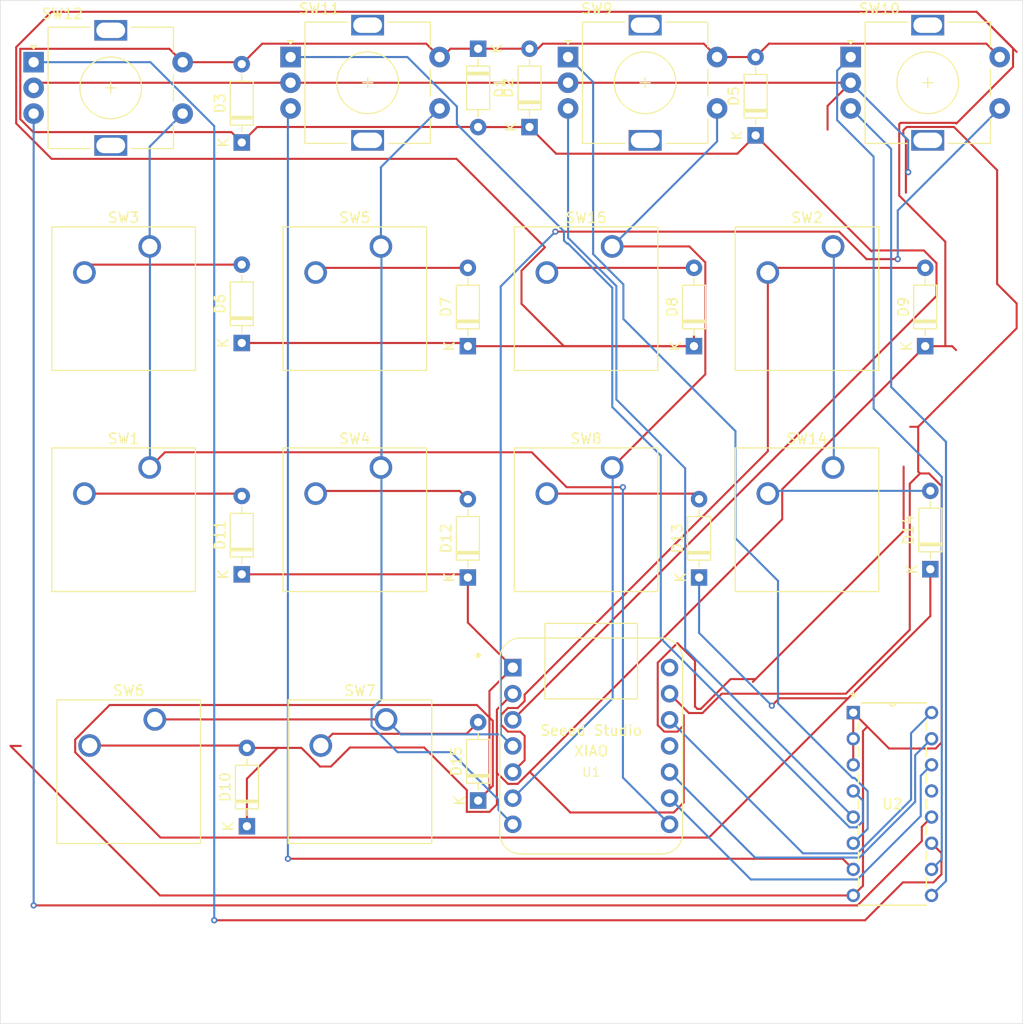
<source format=kicad_pcb>
(kicad_pcb (version 20240108) (generator "pcbnew") (generator_version "8.0")
  (layers (0 "F.Cu" signal) (31 "B.Cu" signal) (34 "B.Paste" user) (35 "F.Paste" user) (36 "B.SilkS" user "B.Silkscreen") (37 "F.SilkS" user "F.Silkscreen") (38 "B.Mask" user) (39 "F.Mask" user) (44 "Edge.Cuts" user))
  (net 0 "")
  (net 1 "Row3")
  (net 2 "row2")
  (net 3 "Net-(D6-A)")
  (net 4 "Net-(D7-A)")
  (net 6 "Net-(D8-A)")
  (net 7 "Row1")
  (net 8 "Net-(D11-A)")
  (net 9 "Net-(D12-A)")
  (net 10 "Net-(D13-A)")
  (net 11 "Net-(D14-A)")
  (net 12 "Net-(D15-A)")
  (net 13 "col5")
  (net 14 "col2")
  (net 15 "Col4")
  (net 16 "Col1")
  (net 17 "Col3")
  (net 18 "A2")
  (net 19 "B2")
  (net 20 "A4")
  (net 21 "GND")
  (net 22 "B4")
  (net 23 "B1")
  (net 24 "B")
  (net 25 "A")
  (net 26 "Net-(U1-3V3)")
  (net 27 "A1")
  (net 28 "Woaoaoaoao")
  (net 29 "Woahh")
  (net 31 "Net-(SW14-Pad1)")
  (footprint "Button_Switch_Keyboard:SW_Cherry_MX_1.00u_PCB" (layer "F.Cu") (at 170.54 105.42)
    (property "Reference" "SW4" (at -2.54 -2.794 0) (layer "F.SilkS"))
    (property "Value" "SW_Push")
    (pad "" np_thru_hole circle (at -7.62 5.08) (size 1.7 1.7) (drill 1.7) (layers "*.Cu" "*.Mask"))
    (pad "" np_thru_hole circle (at -2.54 5.08) (size 4 4) (drill 4) (layers "*.Cu" "*.Mask"))
    (pad "" np_thru_hole circle (at 2.54 5.08) (size 1.7 1.7) (drill 1.7) (layers "*.Cu" "*.Mask"))
    (pad "1" thru_hole circle (at 0 0) (size 2.2 2.2) (drill 1.5) (layers "*.Cu" "*.Mask") (net 15 "Col4"))
    (pad "2" thru_hole circle (at -6.35 2.54) (size 2.2 2.2) (drill 1.5) (layers "*.Cu" "*.Mask") (net 9 "Net-(D12-A)"))
  )
  (footprint "Button_Switch_Keyboard:SW_Cherry_MX_1.00u_PCB" (layer "F.Cu") (at 148.04 83.92)
    (property "Reference" "SW3" (at -2.54 -2.794 0) (layer "F.SilkS"))
    (property "Value" "SW_Push")
    (pad "" np_thru_hole circle (at -7.62 5.08) (size 1.7 1.7) (drill 1.7) (layers "*.Cu" "*.Mask"))
    (pad "" np_thru_hole circle (at -2.54 5.08) (size 4 4) (drill 4) (layers "*.Cu" "*.Mask"))
    (pad "" np_thru_hole circle (at 2.54 5.08) (size 1.7 1.7) (drill 1.7) (layers "*.Cu" "*.Mask"))
    (pad "1" thru_hole circle (at 0 0) (size 2.2 2.2) (drill 1.5) (layers "*.Cu" "*.Mask") (net 13 "col5"))
    (pad "2" thru_hole circle (at -6.35 2.54) (size 2.2 2.2) (drill 1.5) (layers "*.Cu" "*.Mask") (net 3 "Net-(D6-A)"))
  )
  (footprint "Diode_THT:D_DO-35_SOD27_P7.62mm_Horizontal" (layer "F.Cu") (at 179 116.12 90)
    (property "Reference" "D12" (at 3.81 -2.12 90) (layer "F.SilkS"))
    (property "Value" "D")
    (fp_text user "K" (at 0 -1.8 90) (layer "F.SilkS"))
    (pad "1" thru_hole rect (at 0 0 90) (size 1.6 1.6) (drill 0.8) (layers "*.Cu" "*.Mask") (net 7 "Row1"))
    (pad "2" thru_hole oval (at 7.62 0 90) (size 1.6 1.6) (drill 0.8) (layers "*.Cu" "*.Mask") (net 9 "Net-(D12-A)"))
  )
  (footprint "Diode_THT:D_DO-35_SOD27_P7.62mm_Horizontal" (layer "F.Cu") (at 157 73.81 90)
    (property "Reference" "D3" (at 3.81 -2.12 90) (layer "F.SilkS"))
    (property "Value" "D")
    (fp_text user "K" (at 0 -1.8 90) (layer "F.SilkS"))
    (pad "1" thru_hole rect (at 0 0 90) (size 1.6 1.6) (drill 0.8) (layers "*.Cu" "*.Mask") (net 1 "Row3"))
    (pad "2" thru_hole oval (at 7.62 0 90) (size 1.6 1.6) (drill 0.8) (layers "*.Cu" "*.Mask") (net 1 "Row3"))
  )
  (footprint "Diode_THT:D_DO-35_SOD27_P7.62mm_Horizontal" (layer "F.Cu") (at 157.5 140.31 90)
    (property "Reference" "D10" (at 3.81 -2.12 90) (layer "F.SilkS"))
    (property "Value" "D")
    (fp_text user "K" (at 0 -1.8 90) (layer "F.SilkS"))
    (pad "1" thru_hole rect (at 0 0 90) (size 1.6 1.6) (drill 0.8) (layers "*.Cu" "*.Mask") (net 2 "row2"))
    (pad "2" thru_hole oval (at 7.62 0 90) (size 1.6 1.6) (drill 0.8) (layers "*.Cu" "*.Mask") (net 2 "row2"))
  )
  (footprint "Diode_THT:D_DO-35_SOD27_P7.62mm_Horizontal" (layer "F.Cu") (at 201.5 116.12 90)
    (property "Reference" "D13" (at 3.81 -2.12 90) (layer "F.SilkS"))
    (property "Value" "D")
    (fp_text user "K" (at 0 -1.8 90) (layer "F.SilkS"))
    (pad "1" thru_hole rect (at 0 0 90) (size 1.6 1.6) (drill 0.8) (layers "*.Cu" "*.Mask") (net 7 "Row1"))
    (pad "2" thru_hole oval (at 7.62 0 90) (size 1.6 1.6) (drill 0.8) (layers "*.Cu" "*.Mask") (net 10 "Net-(D13-A)"))
  )
  (footprint "Button_Switch_Keyboard:SW_Cherry_MX_1.00u_PCB" (layer "F.Cu") (at 193.04 105.42)
    (property "Reference" "SW8" (at -2.54 -2.794 0) (layer "F.SilkS"))
    (property "Value" "SW_Push")
    (pad "" np_thru_hole circle (at -7.62 5.08) (size 1.7 1.7) (drill 1.7) (layers "*.Cu" "*.Mask"))
    (pad "" np_thru_hole circle (at -2.54 5.08) (size 4 4) (drill 4) (layers "*.Cu" "*.Mask"))
    (pad "" np_thru_hole circle (at 2.54 5.08) (size 1.7 1.7) (drill 1.7) (layers "*.Cu" "*.Mask"))
    (pad "1" thru_hole circle (at 0 0) (size 2.2 2.2) (drill 1.5) (layers "*.Cu" "*.Mask") (net 17 "Col3"))
    (pad "2" thru_hole circle (at -6.35 2.54) (size 2.2 2.2) (drill 1.5) (layers "*.Cu" "*.Mask") (net 10 "Net-(D13-A)"))
  )
  (footprint "Diode_THT:D_DO-35_SOD27_P7.62mm_Horizontal" (layer "F.Cu") (at 157 93.31 90)
    (property "Reference" "D6" (at 3.81 -2.12 90) (layer "F.SilkS"))
    (property "Value" "D")
    (fp_text user "K" (at 0 -1.8 90) (layer "F.SilkS"))
    (pad "1" thru_hole rect (at 0 0 90) (size 1.6 1.6) (drill 0.8) (layers "*.Cu" "*.Mask") (net 2 "row2"))
    (pad "2" thru_hole oval (at 7.62 0 90) (size 1.6 1.6) (drill 0.8) (layers "*.Cu" "*.Mask") (net 3 "Net-(D6-A)"))
  )
  (footprint "Button_Switch_Keyboard:SW_Cherry_MX_1.00u_PCB" (layer "F.Cu") (at 214.54 83.92)
    (property "Reference" "SW2" (at -2.54 -2.794 0) (layer "F.SilkS"))
    (property "Value" "SW_Push")
    (pad "" np_thru_hole circle (at -7.62 5.08) (size 1.7 1.7) (drill 1.7) (layers "*.Cu" "*.Mask"))
    (pad "" np_thru_hole circle (at -2.54 5.08) (size 4 4) (drill 4) (layers "*.Cu" "*.Mask"))
    (pad "" np_thru_hole circle (at 2.54 5.08) (size 1.7 1.7) (drill 1.7) (layers "*.Cu" "*.Mask"))
    (pad "1" thru_hole circle (at 0 0) (size 2.2 2.2) (drill 1.5) (layers "*.Cu" "*.Mask") (net 31 "Net-(SW14-Pad1)"))
    (pad "2" thru_hole circle (at -6.35 2.54) (size 2.2 2.2) (drill 1.5) (layers "*.Cu" "*.Mask") (net 14 "col2"))
  )
  (footprint "Diode_THT:D_DO-35_SOD27_P7.62mm_Horizontal" (layer "F.Cu") (at 224 115.31 90)
    (property "Reference" "D14" (at 3.81 -2.12 90) (layer "F.SilkS"))
    (property "Value" "D")
    (fp_text user "K" (at 0 -1.8 90) (layer "F.SilkS"))
    (pad "1" thru_hole rect (at 0 0 90) (size 1.6 1.6) (drill 0.8) (layers "*.Cu" "*.Mask") (net 7 "Row1"))
    (pad "2" thru_hole oval (at 7.62 0 90) (size 1.6 1.6) (drill 0.8) (layers "*.Cu" "*.Mask") (net 11 "Net-(D14-A)"))
  )
  (footprint "Diode_THT:D_DO-35_SOD27_P7.62mm_Horizontal" (layer "F.Cu") (at 223.5 93.62 90)
    (property "Reference" "D9" (at 3.81 -2.12 90) (layer "F.SilkS"))
    (property "Value" "D")
    (fp_text user "K" (at 0 -1.8 90) (layer "F.SilkS"))
    (pad "1" thru_hole rect (at 0 0 90) (size 1.6 1.6) (drill 0.8) (layers "*.Cu" "*.Mask") (net 2 "row2"))
    (pad "2" thru_hole oval (at 7.62 0 90) (size 1.6 1.6) (drill 0.8) (layers "*.Cu" "*.Mask") (net 14 "col2"))
  )
  (footprint "Rotary_Encoder:RotaryEncoder_Alps_EC11E-Switch_Vertical_H20mm" (layer "F.Cu") (at 136.75 66)
    (property "Reference" "SW12" (at 2.8 -4.7 0) (layer "F.SilkS"))
    (property "Value" "RotaryEncoder_Switch")
    (pad "A" thru_hole rect (at 0 0) (size 2 2) (drill 1) (layers "*.Cu" "*.Mask") (net 25 "A"))
    (pad "B" thru_hole circle (at 0 5) (size 2 2) (drill 1) (layers "*.Cu" "*.Mask") (net 24 "B"))
    (pad "C" thru_hole circle (at 0 2.5) (size 2 2) (drill 1) (layers "*.Cu" "*.Mask") (net 21 "GND"))
    (pad "MP" thru_hole rect (at 7.5 -3.1) (size 3.2 2) (drill oval 2.8 1.5) (layers "*.Cu" "*.Mask"))
    (pad "MP" thru_hole rect (at 7.5 8.1) (size 3.2 2) (drill oval 2.8 1.5) (layers "*.Cu" "*.Mask"))
    (pad "S1" thru_hole circle (at 14.5 5) (size 2 2) (drill 1) (layers "*.Cu" "*.Mask") (net 13 "col5"))
    (pad "S2" thru_hole circle (at 14.5 0) (size 2 2) (drill 1) (layers "*.Cu" "*.Mask") (net 1 "Row3"))
  )
  (footprint "Rotary_Encoder:RotaryEncoder_Alps_EC11E-Switch_Vertical_H20mm" (layer "F.Cu") (at 216.25 65.5)
    (property "Reference" "SW10" (at 2.8 -4.7 0) (layer "F.SilkS"))
    (property "Value" "RotaryEncoder_Switch")
    (pad "A" thru_hole rect (at 0 0) (size 2 2) (drill 1) (layers "*.Cu" "*.Mask") (net 22 "B4"))
    (pad "B" thru_hole circle (at 0 5) (size 2 2) (drill 1) (layers "*.Cu" "*.Mask") (net 20 "A4"))
    (pad "C" thru_hole circle (at 0 2.5) (size 2 2) (drill 1) (layers "*.Cu" "*.Mask") (net 21 "GND"))
    (pad "MP" thru_hole rect (at 7.5 -3.1) (size 3.2 2) (drill oval 2.8 1.5) (layers "*.Cu" "*.Mask"))
    (pad "MP" thru_hole rect (at 7.5 8.1) (size 3.2 2) (drill oval 2.8 1.5) (layers "*.Cu" "*.Mask"))
    (pad "S1" thru_hole circle (at 14.5 5) (size 2 2) (drill 1) (layers "*.Cu" "*.Mask") (net 16 "Col1"))
    (pad "S2" thru_hole circle (at 14.5 0) (size 2 2) (drill 1) (layers "*.Cu" "*.Mask") (net 1 "Row3"))
  )
  (footprint "Diode_THT:D_DO-35_SOD27_P7.62mm_Horizontal" (layer "F.Cu") (at 180 64.69 -90)
    (property "Reference" "D1" (at 3.81 -2.12 90) (layer "F.SilkS"))
    (property "Value" "D")
    (fp_text user "K" (at 0 -1.8 90) (layer "F.SilkS"))
    (pad "1" thru_hole rect (at 0 0 270) (size 1.6 1.6) (drill 0.8) (layers "*.Cu" "*.Mask") (net 1 "Row3"))
    (pad "2" thru_hole oval (at 7.62 0 270) (size 1.6 1.6) (drill 0.8) (layers "*.Cu" "*.Mask") (net 1 "Row3"))
  )
  (footprint "Diode_THT:D_DO-35_SOD27_P7.62mm_Horizontal" (layer "F.Cu") (at 185 72.31 90)
    (property "Reference" "D2" (at 3.81 -2.12 90) (layer "F.SilkS"))
    (property "Value" "D")
    (fp_text user "K" (at 0 -1.8 90) (layer "F.SilkS"))
    (pad "1" thru_hole rect (at 0 0 90) (size 1.6 1.6) (drill 0.8) (layers "*.Cu" "*.Mask") (net 1 "Row3"))
    (pad "2" thru_hole oval (at 7.62 0 90) (size 1.6 1.6) (drill 0.8) (layers "*.Cu" "*.Mask") (net 1 "Row3"))
  )
  (footprint "Button_Switch_Keyboard:SW_Cherry_MX_1.00u_PCB" (layer "F.Cu") (at 148.04 105.42)
    (property "Reference" "SW1" (at -2.54 -2.794 0) (layer "F.SilkS"))
    (property "Value" "SW_Push")
    (pad "" np_thru_hole circle (at -7.62 5.08) (size 1.7 1.7) (drill 1.7) (layers "*.Cu" "*.Mask"))
    (pad "" np_thru_hole circle (at -2.54 5.08) (size 4 4) (drill 4) (layers "*.Cu" "*.Mask"))
    (pad "" np_thru_hole circle (at 2.54 5.08) (size 1.7 1.7) (drill 1.7) (layers "*.Cu" "*.Mask"))
    (pad "1" thru_hole circle (at 0 0) (size 2.2 2.2) (drill 1.5) (layers "*.Cu" "*.Mask") (net 13 "col5"))
    (pad "2" thru_hole circle (at -6.35 2.54) (size 2.2 2.2) (drill 1.5) (layers "*.Cu" "*.Mask") (net 8 "Net-(D11-A)"))
  )
  (footprint "Diode_THT:D_DO-35_SOD27_P7.62mm_Horizontal" (layer "F.Cu") (at 201 93.62 90)
    (property "Reference" "D8" (at 3.81 -2.12 90) (layer "F.SilkS"))
    (property "Value" "D")
    (fp_text user "K" (at 0 -1.8 90) (layer "F.SilkS"))
    (pad "1" thru_hole rect (at 0 0 90) (size 1.6 1.6) (drill 0.8) (layers "*.Cu" "*.Mask") (net 2 "row2"))
    (pad "2" thru_hole oval (at 7.62 0 90) (size 1.6 1.6) (drill 0.8) (layers "*.Cu" "*.Mask") (net 6 "Net-(D8-A)"))
  )
  (footprint "Button_Switch_Keyboard:SW_Cherry_MX_1.00u_PCB" (layer "F.Cu") (at 148.54 129.92)
    (property "Reference" "SW6" (at -2.54 -2.794 0) (layer "F.SilkS"))
    (property "Value" "SW_Push")
    (pad "" np_thru_hole circle (at -7.62 5.08) (size 1.7 1.7) (drill 1.7) (layers "*.Cu" "*.Mask"))
    (pad "" np_thru_hole circle (at -2.54 5.08) (size 4 4) (drill 4) (layers "*.Cu" "*.Mask"))
    (pad "" np_thru_hole circle (at 2.54 5.08) (size 1.7 1.7) (drill 1.7) (layers "*.Cu" "*.Mask"))
    (pad "1" thru_hole circle (at 0 0) (size 2.2 2.2) (drill 1.5) (layers "*.Cu" "*.Mask") (net 16 "Col1"))
    (pad "2" thru_hole circle (at -6.35 2.54) (size 2.2 2.2) (drill 1.5) (layers "*.Cu" "*.Mask") (net 2 "row2"))
  )
  (footprint "OPL_Kicad_Library-master:N16" (layer "F.Cu") (at 224.12 147.04)
    (property "Reference" "U2" (at -3.81 -8.89 0) (layer "F.SilkS"))
    (property "Value" "PCF8574AN")
    (fp_text user "*" (at -7.62 -19.1897 0) (layer "F.SilkS"))
    (fp_text user "*" (at -7.62 -19.1897 0) (layer "F.SilkS"))
    (pad "1" thru_hole rect (at -7.62 -17.78) (size 1.2954 1.2954) (drill 0.7874) (layers "*.Cu" "*.Mask") (net 21 "GND"))
    (pad "2" thru_hole circle (at -7.62 -15.24) (size 1.2954 1.2954) (drill 0.7874) (layers "*.Cu" "*.Mask") (net 21 "GND"))
    (pad "3" thru_hole circle (at -7.62 -12.7) (size 1.2954 1.2954) (drill 0.7874) (layers "*.Cu" "*.Mask") (net 21 "GND"))
    (pad "4" thru_hole circle (at -7.62 -10.16) (size 1.2954 1.2954) (drill 0.7874) (layers "*.Cu" "*.Mask") (net 23 "B1"))
    (pad "5" thru_hole circle (at -7.62 -7.62) (size 1.2954 1.2954) (drill 0.7874) (layers "*.Cu" "*.Mask") (net 18 "A2"))
    (pad "6" thru_hole circle (at -7.62 -5.08) (size 1.2954 1.2954) (drill 0.7874) (layers "*.Cu" "*.Mask") (net 19 "B2"))
    (pad "7" thru_hole circle (at -7.62 -2.54) (size 1.2954 1.2954) (drill 0.7874) (layers "*.Cu" "*.Mask") (net 27 "A1"))
    (pad "8" thru_hole circle (at -7.62 0) (size 1.2954 1.2954) (drill 0.7874) (layers "*.Cu" "*.Mask") (net 21 "GND"))
    (pad "9" thru_hole circle (at 0 0) (size 1.2954 1.2954) (drill 0.7874) (layers "*.Cu" "*.Mask") (net 20 "A4"))
    (pad "10" thru_hole circle (at 0 -2.54) (size 1.2954 1.2954) (drill 0.7874) (layers "*.Cu" "*.Mask") (net 22 "B4"))
    (pad "11" thru_hole circle (at 0 -5.08) (size 1.2954 1.2954) (drill 0.7874) (layers "*.Cu" "*.Mask") (net 25 "A"))
    (pad "12" thru_hole circle (at 0 -7.62) (size 1.2954 1.2954) (drill 0.7874) (layers "*.Cu" "*.Mask") (net 24 "B"))
    (pad "13" thru_hole circle (at 0 -10.16) (size 1.2954 1.2954) (drill 0.7874) (layers "*.Cu" "*.Mask"))
    (pad "14" thru_hole circle (at 0 -12.7) (size 1.2954 1.2954) (drill 0.7874) (layers "*.Cu" "*.Mask") (net 29 "Woahh"))
    (pad "15" thru_hole circle (at 0 -15.24) (size 1.2954 1.2954) (drill 0.7874) (layers "*.Cu" "*.Mask") (net 28 "Woaoaoaoao"))
    (pad "16" thru_hole circle (at 0 -17.78) (size 1.2954 1.2954) (drill 0.7874) (layers "*.Cu" "*.Mask") (net 26 "Net-(U1-3V3)"))
  )
  (footprint "Rotary_Encoder:RotaryEncoder_Alps_EC11E-Switch_Vertical_H20mm" (layer "F.Cu") (at 188.75 65.5)
    (property "Reference" "SW9" (at 2.8 -4.7 0) (layer "F.SilkS"))
    (property "Value" "RotaryEncoder_Switch")
    (pad "A" thru_hole rect (at 0 0) (size 2 2) (drill 1) (layers "*.Cu" "*.Mask") (net 19 "B2"))
    (pad "B" thru_hole circle (at 0 5) (size 2 2) (drill 1) (layers "*.Cu" "*.Mask") (net 18 "A2"))
    (pad "C" thru_hole circle (at 0 2.5) (size 2 2) (drill 1) (layers "*.Cu" "*.Mask") (net 21 "GND"))
    (pad "MP" thru_hole rect (at 7.5 -3.1) (size 3.2 2) (drill oval 2.8 1.5) (layers "*.Cu" "*.Mask"))
    (pad "MP" thru_hole rect (at 7.5 8.1) (size 3.2 2) (drill oval 2.8 1.5) (layers "*.Cu" "*.Mask"))
    (pad "S1" thru_hole circle (at 14.5 5) (size 2 2) (drill 1) (layers "*.Cu" "*.Mask") (net 17 "Col3"))
    (pad "S2" thru_hole circle (at 14.5 0) (size 2 2) (drill 1) (layers "*.Cu" "*.Mask") (net 1 "Row3"))
  )
  (footprint "Diode_THT:D_DO-35_SOD27_P7.62mm_Horizontal" (layer "F.Cu") (at 157 115.81 90)
    (property "Reference" "D11" (at 3.81 -2.12 90) (layer "F.SilkS"))
    (property "Value" "D")
    (fp_text user "K" (at 0 -1.8 90) (layer "F.SilkS"))
    (pad "1" thru_hole rect (at 0 0 90) (size 1.6 1.6) (drill 0.8) (layers "*.Cu" "*.Mask") (net 7 "Row1"))
    (pad "2" thru_hole oval (at 7.62 0 90) (size 1.6 1.6) (drill 0.8) (layers "*.Cu" "*.Mask") (net 8 "Net-(D11-A)"))
  )
  (footprint "Button_Switch_Keyboard:SW_Cherry_MX_1.00u_PCB" (layer "F.Cu") (at 171.04 129.92)
    (property "Reference" "SW7" (at -2.54 -2.794 0) (layer "F.SilkS"))
    (property "Value" "SW_Push")
    (pad "" np_thru_hole circle (at -7.62 5.08) (size 1.7 1.7) (drill 1.7) (layers "*.Cu" "*.Mask"))
    (pad "" np_thru_hole circle (at -2.54 5.08) (size 4 4) (drill 4) (layers "*.Cu" "*.Mask"))
    (pad "" np_thru_hole circle (at 2.54 5.08) (size 1.7 1.7) (drill 1.7) (layers "*.Cu" "*.Mask"))
    (pad "1" thru_hole circle (at 0 0) (size 2.2 2.2) (drill 1.5) (layers "*.Cu" "*.Mask") (net 16 "Col1"))
    (pad "2" thru_hole circle (at -6.35 2.54) (size 2.2 2.2) (drill 1.5) (layers "*.Cu" "*.Mask") (net 12 "Net-(D15-A)"))
  )
  (footprint "Button_Switch_Keyboard:SW_Cherry_MX_1.00u_PCB" (layer "F.Cu") (at 193.04 83.92)
    (property "Reference" "SW15" (at -2.54 -2.794 0) (layer "F.SilkS"))
    (property "Value" "SW_Push")
    (pad "" np_thru_hole circle (at -7.62 5.08) (size 1.7 1.7) (drill 1.7) (layers "*.Cu" "*.Mask"))
    (pad "" np_thru_hole circle (at -2.54 5.08) (size 4 4) (drill 4) (layers "*.Cu" "*.Mask"))
    (pad "" np_thru_hole circle (at 2.54 5.08) (size 1.7 1.7) (drill 1.7) (layers "*.Cu" "*.Mask"))
    (pad "1" thru_hole circle (at 0 0) (size 2.2 2.2) (drill 1.5) (layers "*.Cu" "*.Mask") (net 17 "Col3"))
    (pad "2" thru_hole circle (at -6.35 2.54) (size 2.2 2.2) (drill 1.5) (layers "*.Cu" "*.Mask") (net 6 "Net-(D8-A)"))
  )
  (footprint "Diode_THT:D_DO-35_SOD27_P7.62mm_Horizontal" (layer "F.Cu") (at 179 93.62 90)
    (property "Reference" "D7" (at 3.81 -2.12 90) (layer "F.SilkS"))
    (property "Value" "D")
    (fp_text user "K" (at 0 -1.8 90) (layer "F.SilkS"))
    (pad "1" thru_hole rect (at 0 0 90) (size 1.6 1.6) (drill 0.8) (layers "*.Cu" "*.Mask") (net 2 "row2"))
    (pad "2" thru_hole oval (at 7.62 0 90) (size 1.6 1.6) (drill 0.8) (layers "*.Cu" "*.Mask") (net 4 "Net-(D7-A)"))
  )
  (footprint "Rotary_Encoder:RotaryEncoder_Alps_EC11E-Switch_Vertical_H20mm" (layer "F.Cu") (at 161.75 65.5)
    (property "Reference" "SW11" (at 2.8 -4.7 0) (layer "F.SilkS"))
    (property "Value" "RotaryEncoder_Switch")
    (pad "A" thru_hole rect (at 0 0) (size 2 2) (drill 1) (layers "*.Cu" "*.Mask") (net 23 "B1"))
    (pad "B" thru_hole circle (at 0 5) (size 2 2) (drill 1) (layers "*.Cu" "*.Mask") (net 27 "A1"))
    (pad "C" thru_hole circle (at 0 2.5) (size 2 2) (drill 1) (layers "*.Cu" "*.Mask") (net 21 "GND"))
    (pad "MP" thru_hole rect (at 7.5 -3.1) (size 3.2 2) (drill oval 2.8 1.5) (layers "*.Cu" "*.Mask"))
    (pad "MP" thru_hole rect (at 7.5 8.1) (size 3.2 2) (drill oval 2.8 1.5) (layers "*.Cu" "*.Mask"))
    (pad "S1" thru_hole circle (at 14.5 5) (size 2 2) (drill 1) (layers "*.Cu" "*.Mask") (net 15 "Col4"))
    (pad "S2" thru_hole circle (at 14.5 0) (size 2 2) (drill 1) (layers "*.Cu" "*.Mask") (net 1 "Row3"))
  )
  (footprint "Button_Switch_Keyboard:SW_Cherry_MX_1.00u_PCB" (layer "F.Cu") (at 170.54 83.92)
    (property "Reference" "SW5" (at -2.54 -2.794 0) (layer "F.SilkS"))
    (property "Value" "SW_Push")
    (pad "" np_thru_hole circle (at -7.62 5.08) (size 1.7 1.7) (drill 1.7) (layers "*.Cu" "*.Mask"))
    (pad "" np_thru_hole circle (at -2.54 5.08) (size 4 4) (drill 4) (layers "*.Cu" "*.Mask"))
    (pad "" np_thru_hole circle (at 2.54 5.08) (size 1.7 1.7) (drill 1.7) (layers "*.Cu" "*.Mask"))
    (pad "1" thru_hole circle (at 0 0) (size 2.2 2.2) (drill 1.5) (layers "*.Cu" "*.Mask") (net 15 "Col4"))
    (pad "2" thru_hole circle (at -6.35 2.54) (size 2.2 2.2) (drill 1.5) (layers "*.Cu" "*.Mask") (net 4 "Net-(D7-A)"))
  )
  (footprint "Button_Switch_Keyboard:SW_Cherry_MX_1.00u_PCB" (layer "F.Cu") (at 214.54 105.42)
    (property "Reference" "SW14" (at -2.54 -2.794 0) (layer "F.SilkS"))
    (property "Value" "SW_Push")
    (pad "" np_thru_hole circle (at -7.62 5.08) (size 1.7 1.7) (drill 1.7) (layers "*.Cu" "*.Mask"))
    (pad "" np_thru_hole circle (at -2.54 5.08) (size 4 4) (drill 4) (layers "*.Cu" "*.Mask"))
    (pad "" np_thru_hole circle (at 2.54 5.08) (size 1.7 1.7) (drill 1.7) (layers "*.Cu" "*.Mask"))
    (pad "1" thru_hole circle (at 0 0) (size 2.2 2.2) (drill 1.5) (layers "*.Cu" "*.Mask") (net 31 "Net-(SW14-Pad1)"))
    (pad "2" thru_hole circle (at -6.35 2.54) (size 2.2 2.2) (drill 1.5) (layers "*.Cu" "*.Mask") (net 11 "Net-(D14-A)"))
  )
  (footprint "OPL_Kicad_Library-master:XIAO-Generic-Thruhole-14P-2.54-21X17.8MM" (layer "F.Cu") (at 191 132.5)
    (property "Reference" "U1" (at 0 2.54 0) (layer "F.SilkS") (effects (font (size 0.889 0.889) (thickness 0.1016))))
    (property "Value" "Seeed Studio XIAO SAMD21" (hide yes))
    (fp_text user "XIAO" (at 0 0.5 0) (layer "F.SilkS"))
    (fp_text user "Seeed Studio" (at 0 -1.5 0) (layer "F.SilkS"))
    (pad "1" thru_hole rect (at -7.625 -7.62) (size 1.7 1.7) (drill 1) (layers "*.Cu" "*.Mask") (net 7 "Row1"))
    (pad "2" thru_hole circle (at -7.625 -5.08) (size 1.7 1.7) (drill 1) (layers "*.Cu" "*.Mask") (net 2 "row2"))
    (pad "3" thru_hole circle (at -7.625 -2.54) (size 1.7 1.7) (drill 1) (layers "*.Cu" "*.Mask") (net 1 "Row3"))
    (pad "4" thru_hole circle (at -7.625 0) (size 1.7 1.7) (drill 1) (layers "*.Cu" "*.Mask") (net 16 "Col1"))
    (pad "5" thru_hole circle (at -7.625 2.54) (size 1.7 1.7) (drill 1) (layers "*.Cu" "*.Mask") (net 14 "col2"))
    (pad "6" thru_hole circle (at -7.625 5.08 180) (size 1.7 1.7) (drill 1) (layers "*.Cu" "*.Mask") (net 17 "Col3"))
    (pad "7" thru_hole circle (at -7.625 7.62) (size 1.7 1.7) (drill 1) (layers "*.Cu" "*.Mask") (net 15 "Col4"))
    (pad "8" thru_hole circle (at 7.625 7.62) (size 1.7 1.7) (drill 1) (layers "*.Cu" "*.Mask") (net 13 "col5"))
    (pad "9" thru_hole circle (at 7.625 5.08) (size 1.7 1.7) (drill 1) (layers "*.Cu" "*.Mask") (net 29 "Woahh"))
    (pad "10" thru_hole circle (at 7.625 2.54) (size 1.7 1.7) (drill 1) (layers "*.Cu" "*.Mask") (net 28 "Woaoaoaoao"))
    (pad "11" thru_hole circle (at 7.625 0) (size 1.7 1.7) (drill 1) (layers "*.Cu" "*.Mask"))
    (pad "12" thru_hole circle (at 7.625 -2.54) (size 1.7 1.7) (drill 1) (layers "*.Cu" "*.Mask") (net 26 "Net-(U1-3V3)"))
    (pad "13" thru_hole circle (at 7.625 -5.08) (size 1.7 1.7) (drill 1) (layers "*.Cu" "*.Mask") (net 21 "GND"))
    (pad "14" thru_hole circle (at 7.625 -7.62) (size 1.7 1.7) (drill 1) (layers "*.Cu" "*.Mask"))
  )
  (footprint "Diode_THT:D_DO-35_SOD27_P7.62mm_Horizontal" (layer "F.Cu") (at 180 137.81 90)
    (property "Reference" "D15" (at 3.81 -2.12 90) (layer "F.SilkS"))
    (property "Value" "D")
    (fp_text user "K" (at 0 -1.8 90) (layer "F.SilkS"))
    (pad "1" thru_hole rect (at 0 0 90) (size 1.6 1.6) (drill 0.8) (layers "*.Cu" "*.Mask") (net 7 "Row1"))
    (pad "2" thru_hole oval (at 7.62 0 90) (size 1.6 1.6) (drill 0.8) (layers "*.Cu" "*.Mask") (net 12 "Net-(D15-A)"))
  )
  (footprint "Diode_THT:D_DO-35_SOD27_P7.62mm_Horizontal" (layer "F.Cu") (at 207 73.12 90)
    (property "Reference" "D5" (at 3.81 -2.12 90) (layer "F.SilkS"))
    (property "Value" "D")
    (fp_text user "K" (at 0 -1.8 90) (layer "F.SilkS"))
    (pad "1" thru_hole rect (at 0 0 90) (size 1.6 1.6) (drill 0.8) (layers "*.Cu" "*.Mask") (net 1 "Row3"))
    (pad "2" thru_hole oval (at 7.62 0 90) (size 1.6 1.6) (drill 0.8) (layers "*.Cu" "*.Mask") (net 1 "Row3"))
  )
  (gr_rect (start 133.5 60) (end 233 159.5) (stroke (width 0.05)) (fill none) (layer "Edge.Cuts"))
  (segment (start 207 73.12) (end 218.28 84.4) (width 0.2) (layer "F.Cu") (net 1))
  (segment (start 224.6 88.735) (end 183.375 129.96) (width 0.2) (layer "F.Cu") (net 1))
  (segment (start 185 64.69) (end 185.81 64.69) (width 0.2) (layer "F.Cu") (net 1))
  (segment (start 201.95 64.2) (end 203.25 65.5) (width 0.2) (layer "F.Cu") (net 1))
  (segment (start 135.45 64.7) (end 149.95 64.7) (width 0.2) (layer "F.Cu") (net 1))
  (segment (start 186.3 64.2) (end 201.95 64.2) (width 0.2) (layer "F.Cu") (net 1))
  (segment (start 158.99 64.2) (end 174.95 64.2) (width 0.2) (layer "F.Cu") (net 1))
  (segment (start 180 64.69) (end 185 64.69) (width 0.2) (layer "F.Cu") (net 1))
  (segment (start 179.99 72.3) (end 180 72.31) (width 0.2) (layer "F.Cu") (net 1))
  (segment (start 223.366 84.31) (end 224.6 85.5444) (width 0.2) (layer "F.Cu") (net 1))
  (segment (start 157 66.19) (end 158.99 64.2) (width 0.2) (layer "F.Cu") (net 1))
  (segment (start 176.5 65.5) (end 177.31 64.69) (width 0.2) (layer "F.Cu") (net 1))
  (segment (start 136.712 72.8) (end 135.45 71.5385) (width 0.2) (layer "F.Cu") (net 1))
  (segment (start 156.81 66) (end 157 66.19) (width 0.2) (layer "F.Cu") (net 1))
  (segment (start 229.45 64.2) (end 230.75 65.5) (width 0.2) (layer "F.Cu") (net 1))
  (segment (start 208.3 64.2) (end 229.45 64.2) (width 0.2) (layer "F.Cu") (net 1))
  (segment (start 149.95 64.7) (end 151.25 66) (width 0.2) (layer "F.Cu") (net 1))
  (segment (start 135.45 71.5385) (end 135.45 64.7) (width 0.2) (layer "F.Cu") (net 1))
  (segment (start 218.37 84.31) (end 223.366 84.31) (width 0.2) (layer "F.Cu") (net 1))
  (segment (start 207 65.5) (end 208.3 64.2) (width 0.2) (layer "F.Cu") (net 1))
  (segment (start 151.25 66) (end 156.81 66) (width 0.2) (layer "F.Cu") (net 1))
  (segment (start 158.51 72.3) (end 179.99 72.3) (width 0.2) (layer "F.Cu") (net 1))
  (segment (start 157 73.81) (end 155.99 72.8) (width 0.2) (layer "F.Cu") (net 1))
  (segment (start 157 73.81) (end 158.51 72.3) (width 0.2) (layer "F.Cu") (net 1))
  (segment (start 176.25 65.5) (end 176.5 65.5) (width 0.2) (layer "F.Cu") (net 1))
  (segment (start 155.99 72.8) (end 136.712 72.8) (width 0.2) (layer "F.Cu") (net 1))
  (segment (start 187.59 74.9) (end 205.22 74.9) (width 0.2) (layer "F.Cu") (net 1))
  (segment (start 185 72.31) (end 187.59 74.9) (width 0.2) (layer "F.Cu") (net 1))
  (segment (start 218.28 84.4) (end 218.37 84.31) (width 0.2) (layer "F.Cu") (net 1))
  (segment (start 205.22 74.9) (end 207 73.12) (width 0.2) (layer "F.Cu") (net 1))
  (segment (start 224.6 85.5444) (end 224.6 88.735) (width 0.2) (layer "F.Cu") (net 1))
  (segment (start 177.31 64.69) (end 180 64.69) (width 0.2) (layer "F.Cu") (net 1))
  (segment (start 180 72.31) (end 185 72.31) (width 0.2) (layer "F.Cu") (net 1))
  (segment (start 203.25 65.5) (end 207 65.5) (width 0.2) (layer "F.Cu") (net 1))
  (segment (start 185.81 64.69) (end 186.3 64.2) (width 0.2) (layer "F.Cu") (net 1))
  (segment (start 174.95 64.2) (end 176.25 65.5) (width 0.2) (layer "F.Cu") (net 1))
  (segment (start 201 93.62) (end 188.343 93.62) (width 0.2) (layer "F.Cu") (net 2))
  (segment (start 201.1 124.221) (end 199.379 122.5) (width 0.2) (layer "F.Cu") (net 2))
  (segment (start 157.5 135.69) (end 160.5 132.69) (width 0.2) (layer "F.Cu") (net 2))
  (segment (start 181.825 128.97) (end 183.375 127.42) (width 0.2) (layer "F.Cu") (net 2))
  (segment (start 174.75 132.65) (end 178.9 136.8) (width 0.2) (layer "F.Cu") (net 2))
  (segment (start 188.97 138.97) (end 185.021 135.021) (width 0.2) (layer "F.Cu") (net 2))
  (segment (start 225.46 83.46) (end 220.975 78.975) (width 0.2) (layer "F.Cu") (net 2))
  (segment (start 232.05 64.65) (end 228.5 61.1) (width 0.2) (layer "F.Cu") (net 2))
  (segment (start 228.5 61.1) (end 232.05 64.65) (width 0.2) (layer "F.Cu") (net 2))
  (segment (start 182.899 136.19) (end 181.825 135.116) (width 0.2) (layer "F.Cu") (net 2))
  (segment (start 178.69 93.31) (end 179 93.62) (width 0.2) (layer "F.Cu") (net 2))
  (segment (start 135.05 71.95) (end 135.05 64.5343) (width 0.2) (layer "F.Cu") (net 2))
  (segment (start 209.59 110.451) (end 185.021 135.021) (width 0.2) (layer "F.Cu") (net 2))
  (segment (start 221.4 105.334) (end 221.4 111.6) (width 0.2) (layer "F.Cu") (net 2))
  (segment (start 181.825 135.116) (end 181.825 128.97) (width 0.2) (layer "F.Cu") (net 2))
  (segment (start 225.46 93.62) (end 225.46 83.46) (width 0.2) (layer "F.Cu") (net 2))
  (segment (start 226.5 94) (end 226.12 93.62) (width 0.2) (layer "F.Cu") (net 2))
  (segment (start 199.379 122.5) (end 197.475 124.404) (width 0.2) (layer "F.Cu") (net 2))
  (segment (start 183.851 136.19) (end 182.899 136.19) (width 0.2) (layer "F.Cu") (net 2))
  (segment (start 138.484 61.1) (end 228.5 61.1) (width 0.2) (layer "F.Cu") (net 2))
  (segment (start 226.12 93.62) (end 225.46 93.62) (width 0.2) (layer "F.Cu") (net 2))
  (segment (start 157.5 140.31) (end 157.5 135.69) (width 0.2) (layer "F.Cu") (net 2))
  (segment (start 221.1 71.9) (end 220.975 72.025) (width 0.2) (layer "F.Cu") (net 2))
  (segment (start 221.4 111.6) (end 207 126) (width 0.2) (layer "F.Cu") (net 2))
  (segment (start 177.9 75.4) (end 138.5 75.4) (width 0.2) (layer "F.Cu") (net 2))
  (segment (start 165.677 134.5) (end 167.527 132.65) (width 0.2) (layer "F.Cu") (net 2))
  (segment (start 181.1 138.91) (end 181.825 138.185) (width 0.2) (layer "F.Cu") (net 2))
  (segment (start 232.05 64.65) (end 232.4 65) (width 0.2) (layer "F.Cu") (net 2))
  (segment (start 164.617 134.5) (end 165.677 134.5) (width 0.2) (layer "F.Cu") (net 2))
  (segment (start 199.39 131.11) (end 200 130.5) (width 0.2) (layer "F.Cu") (net 2))
  (segment (start 178.9 138.91) (end 181.1 138.91) (width 0.2) (layer "F.Cu") (net 2))
  (segment (start 226.533 71.9672) (end 226.466 71.9) (width 0.2) (layer "F.Cu") (net 2))
  (segment (start 200 130.5) (end 200 138) (width 0.2) (layer "F.Cu") (net 2))
  (segment (start 223.5 93.62) (end 209.59 107.53) (width 0.2) (layer "F.Cu") (net 2))
  (segment (start 142.19 132.46) (end 157.27 132.46) (width 0.2) (layer "F.Cu") (net 2))
  (segment (start 138.5 75.4) (end 135.05 71.95) (width 0.2) (layer "F.Cu") (net 2))
  (segment (start 160.5 132.69) (end 162.807 132.69) (width 0.2) (layer "F.Cu") (net 2))
  (segment (start 157.27 132.46) (end 157.5 132.69) (width 0.2) (layer "F.Cu") (net 2))
  (segment (start 201.334 128.9) (end 201.1 128.666) (width 0.2) (layer "F.Cu") (net 2))
  (segment (start 184.22 89.4971) (end 184.22 86.28) (width 0.2) (layer "F.Cu") (net 2))
  (segment (start 200 129.5) (end 200 130.5) (width 0.2) (layer "F.Cu") (net 2))
  (segment (start 201.666 128.9) (end 201.334 128.9) (width 0.2) (layer "F.Cu") (net 2))
  (segment (start 232.05 66.45) (end 226.533 71.9672) (width 0.2) (layer "F.Cu") (net 2))
  (segment (start 188.343 93.62) (end 201 93.62) (width 0.2) (layer "F.Cu") (net 2))
  (segment (start 226.466 71.9) (end 221.1 71.9) (width 0.2) (layer "F.Cu") (net 2))
  (segment (start 188.343 93.62) (end 184.22 89.4971) (width 0.2) (layer "F.Cu") (net 2))
  (segment (start 185.021 135.021) (end 183.851 136.19) (width 0.2) (layer "F.Cu") (net 2))
  (segment (start 197.475 130.475) (end 198.11 131.11) (width 0.2) (layer "F.Cu") (net 2))
  (segment (start 197.475 124.404) (end 197.475 130.475) (width 0.2) (layer "F.Cu") (net 2))
  (segment (start 135.05 64.5343) (end 138.484 61.1) (width 0.2) (layer "F.Cu") (net 2))
  (segment (start 162.807 132.69) (end 164.617 134.5) (width 0.2) (layer "F.Cu") (net 2))
  (segment (start 184.22 86.28) (end 186.5 84) (width 0.2) (layer "F.Cu") (net 2))
  (segment (start 207 126) (end 204.566 126) (width 0.2) (layer "F.Cu") (net 2))
  (segment (start 232.05 64.65) (end 232.05 66.45) (width 0.2) (layer "F.Cu") (net 2))
  (segment (start 178.9 136.8) (end 178.9 138.91) (width 0.2) (layer "F.Cu") (net 2))
  (segment (start 207 126) (end 206.73 126.27) (width 0.2) (layer "F.Cu") (net 2))
  (segment (start 201 93.62) (end 201 92.62) (width 0.2) (layer "F.Cu") (net 2))
  (segment (start 199.03 138.97) (end 188.97 138.97) (width 0.2) (layer "F.Cu") (net 2))
  (segment (start 186.5 84) (end 177.9 75.4) (width 0.2) (layer "F.Cu") (net 2))
  (segment (start 181.825 138.185) (end 181.825 135.116) (width 0.2) (layer "F.Cu") (net 2))
  (segment (start 201.1 128.666) (end 201.1 124.221) (width 0.2) (layer "F.Cu") (net 2))
  (segment (start 204.566 126) (end 201.666 128.9) (width 0.2) (layer "F.Cu") (net 2))
  (segment (start 179 93.62) (end 188.343 93.62) (width 0.2) (layer "F.Cu") (net 2))
  (segment (start 225.46 93.62) (end 223.5 93.62) (width 0.2) (layer "F.Cu") (net 2))
  (segment (start 198.11 131.11) (end 199.39 131.11) (width 0.2) (layer "F.Cu") (net 2))
  (segment (start 200 138) (end 199.03 138.97) (width 0.2) (layer "F.Cu") (net 2))
  (segment (start 157 93.31) (end 178.69 93.31) (width 0.2) (layer "F.Cu") (net 2))
  (segment (start 220.975 72.025) (end 220.975 78.975) (width 0.2) (layer "F.Cu") (net 2))
  (segment (start 209.59 107.53) (end 209.59 110.451) (width 0.2) (layer "F.Cu") (net 2))
  (segment (start 157.5 132.69) (end 160.5 132.69) (width 0.2) (layer "F.Cu") (net 2))
  (segment (start 167.527 132.65) (end 174.75 132.65) (width 0.2) (layer "F.Cu") (net 2))
  (segment (start 142.46 85.69) (end 141.69 86.46) (width 0.2) (layer "F.Cu") (net 3))
  (segment (start 157 85.69) (end 142.46 85.69) (width 0.2) (layer "F.Cu") (net 3))
  (segment (start 164.65 86) (end 164.19 86.46) (width 0.2) (layer "F.Cu") (net 4))
  (segment (start 179 86) (end 164.65 86) (width 0.2) (layer "F.Cu") (net 4))
  (segment (start 187.15 86) (end 186.69 86.46) (width 0.2) (layer "F.Cu") (net 6))
  (segment (start 201 86) (end 187.15 86) (width 0.2) (layer "F.Cu") (net 6))
  (segment (start 181.1 129.734) (end 181.425 130.059) (width 0.2) (layer "F.Cu") (net 7))
  (segment (start 178.69 115.81) (end 179 116.12) (width 0.2) (layer "F.Cu") (net 7))
  (segment (start 179 120.505) (end 183.375 124.88) (width 0.2) (layer "F.Cu") (net 7))
  (segment (start 181.425 130.059) (end 181.425 136.385) (width 0.2) (layer "F.Cu") (net 7))
  (segment (start 181.1 127.155) (end 183.375 124.88) (width 0.2) (layer "F.Cu") (net 7))
  (segment (start 181.425 136.385) (end 181.1 136.71) (width 0.2) (layer "F.Cu") (net 7))
  (segment (start 140.79 131.88) (end 144.15 128.52) (width 0.2) (layer "F.Cu") (net 7))
  (segment (start 149.087 141.41) (end 140.79 133.113) (width 0.2) (layer "F.Cu") (net 7))
  (segment (start 224 115.31) (end 224 119.865) (width 0.2) (layer "F.Cu") (net 7))
  (segment (start 144.15 128.52) (end 179.886 128.52) (width 0.2) (layer "F.Cu") (net 7))
  (segment (start 140.79 133.113) (end 140.79 131.88) (width 0.2) (layer "F.Cu") (net 7))
  (segment (start 215.999 127.866) (end 209.296 127.866) (width 0.2) (layer "F.Cu") (net 7))
  (segment (start 157 115.81) (end 178.69 115.81) (width 0.2) (layer "F.Cu") (net 7))
  (segment (start 215.999 127.866) (end 202.455 141.41) (width 0.2) (layer "F.Cu") (net 7))
  (segment (start 179.886 128.52) (end 181.1 129.734) (width 0.2) (layer "F.Cu") (net 7))
  (segment (start 181.1 136.71) (end 180 137.81) (width 0.2) (layer "F.Cu") (net 7))
  (segment (start 181.1 129.734) (end 181.1 127.155) (width 0.2) (layer "F.Cu") (net 7))
  (segment (start 181.1 136.71) (end 181.1 129.734) (width 0.2) (layer "F.Cu") (net 7))
  (segment (start 224 119.865) (end 215.999 127.866) (width 0.2) (layer "F.Cu") (net 7))
  (segment (start 202.455 141.41) (end 149.087 141.41) (width 0.2) (layer "F.Cu") (net 7))
  (segment (start 209.296 127.866) (end 208.576 128.586) (width 0.2) (layer "F.Cu") (net 7))
  (segment (start 179 116.12) (end 179 120.505) (width 0.2) (layer "F.Cu") (net 7))
  (via (at 208.576 128.586) (size 0.6) (drill 0.3) (layers "F.Cu" "B.Cu") (net 7))
  (segment (start 201.5 121.51) (end 201.5 116.12) (width 0.2) (layer "B.Cu") (net 7))
  (segment (start 208.576 128.586) (end 201.5 121.51) (width 0.2) (layer "B.Cu") (net 7))
  (segment (start 141.69 107.96) (end 156.77 107.96) (width 0.2) (layer "F.Cu") (net 8))
  (segment (start 156.77 107.96) (end 157 108.19) (width 0.2) (layer "F.Cu") (net 8))
  (segment (start 164.45 107.7) (end 164.19 107.96) (width 0.2) (layer "F.Cu") (net 9))
  (segment (start 179 108.5) (end 178.2 107.7) (width 0.2) (layer "F.Cu") (net 9))
  (segment (start 178.2 107.7) (end 164.45 107.7) (width 0.2) (layer "F.Cu") (net 9))
  (segment (start 186.69 107.96) (end 200.96 107.96) (width 0.2) (layer "F.Cu") (net 10))
  (segment (start 200.96 107.96) (end 201.5 108.5) (width 0.2) (layer "F.Cu") (net 10))
  (segment (start 208.46 107.69) (end 208.19 107.96) (width 0.2) (layer "B.Cu") (net 11))
  (segment (start 224 107.69) (end 208.46 107.69) (width 0.2) (layer "B.Cu") (net 11))
  (segment (start 180 130.19) (end 178.87 131.32) (width 0.2) (layer "F.Cu") (net 12))
  (segment (start 165.83 131.32) (end 164.69 132.46) (width 0.2) (layer "F.Cu") (net 12))
  (segment (start 178.87 131.32) (end 165.83 131.32) (width 0.2) (layer "F.Cu") (net 12))
  (segment (start 148.04 105.42) (end 149.52 103.94) (width 0.2) (layer "F.Cu") (net 13))
  (segment (start 149.52 103.94) (end 185.216 103.94) (width 0.2) (layer "F.Cu") (net 13))
  (segment (start 188.615 107.338) (end 194.086 107.338) (width 0.2) (layer "F.Cu") (net 13))
  (segment (start 185.216 103.94) (end 188.615 107.338) (width 0.2) (layer "F.Cu") (net 13))
  (via (at 194.086 107.338) (size 0.6) (drill 0.3) (layers "F.Cu" "B.Cu") (net 13))
  (segment (start 151.25 71) (end 148.04 74.21) (width 0.2) (layer "B.Cu") (net 13))
  (segment (start 194.086 135.581) (end 198.625 140.12) (width 0.2) (layer "B.Cu") (net 13))
  (segment (start 148.065 83.9454) (end 148.04 83.92) (width 0.2) (layer "B.Cu") (net 13))
  (segment (start 148.065 105.395) (end 148.065 83.9454) (width 0.2) (layer "B.Cu") (net 13))
  (segment (start 148.04 74.21) (end 148.04 83.92) (width 0.2) (layer "B.Cu") (net 13))
  (segment (start 194.086 107.338) (end 194.086 135.581) (width 0.2) (layer "B.Cu") (net 13))
  (segment (start 148.04 105.42) (end 148.065 105.395) (width 0.2) (layer "B.Cu") (net 13))
  (segment (start 184.525 133.89) (end 183.375 135.04) (width 0.2) (layer "F.Cu") (net 14))
  (segment (start 182.899 131.11) (end 184.11 131.11) (width 0.2) (layer "F.Cu") (net 14))
  (segment (start 184.11 131.11) (end 184.525 131.525) (width 0.2) (layer "F.Cu") (net 14))
  (segment (start 208.19 103.835) (end 184.525 127.5) (width 0.2) (layer "F.Cu") (net 14))
  (segment (start 184.525 127.5) (end 184.525 128.136) (width 0.2) (layer "F.Cu") (net 14))
  (segment (start 208.19 86.46) (end 208.19 103.835) (width 0.2) (layer "F.Cu") (net 14))
  (segment (start 223.5 86) (end 208.65 86) (width 0.2) (layer "F.Cu") (net 14))
  (segment (start 184.525 128.136) (end 183.851 128.81) (width 0.2) (layer "F.Cu") (net 14))
  (segment (start 182.899 128.81) (end 182.225 129.484) (width 0.2) (layer "F.Cu") (net 14))
  (segment (start 183.851 128.81) (end 182.899 128.81) (width 0.2) (layer "F.Cu") (net 14))
  (segment (start 184.525 131.525) (end 184.525 133.89) (width 0.2) (layer "F.Cu") (net 14))
  (segment (start 182.225 129.484) (end 182.225 130.436) (width 0.2) (layer "F.Cu") (net 14))
  (segment (start 208.65 86) (end 208.19 86.46) (width 0.2) (layer "F.Cu") (net 14))
  (segment (start 182.225 130.436) (end 182.899 131.11) (width 0.2) (layer "F.Cu") (net 14))
  (segment (start 170.54 76.21) (end 170.54 83.92) (width 0.2) (layer "B.Cu") (net 15))
  (segment (start 176.25 70.5) (end 170.54 76.21) (width 0.2) (layer "B.Cu") (net 15))
  (segment (start 172.161 133.108) (end 177.361 133.108) (width 0.2) (layer "B.Cu") (net 15))
  (segment (start 170.592 105.368) (end 170.54 105.42) (width 0.2) (layer "B.Cu") (net 15))
  (segment (start 169.629 130.577) (end 172.161 133.108) (width 0.2) (layer "B.Cu") (net 15))
  (segment (start 170.592 127.968) (end 169.629 128.931) (width 0.2) (layer "B.Cu") (net 15))
  (segment (start 170.592 105.368) (end 170.592 127.968) (width 0.2) (layer "B.Cu") (net 15))
  (segment (start 181.985 138.73) (end 183.375 140.12) (width 0.2) (layer "B.Cu") (net 15))
  (segment (start 169.629 128.931) (end 169.629 130.577) (width 0.2) (layer "B.Cu") (net 15))
  (segment (start 170.592 104.027) (end 170.592 105.368) (width 0.2) (layer "B.Cu") (net 15))
  (segment (start 177.361 133.108) (end 181.985 137.733) (width 0.2) (layer "B.Cu") (net 15))
  (segment (start 170.54 83.92) (end 170.592 83.9724) (width 0.2) (layer "B.Cu") (net 15))
  (segment (start 170.592 83.9724) (end 170.592 104.027) (width 0.2) (layer "B.Cu") (net 15))
  (segment (start 170.592 104.027) (end 170.592 105.368) (width 0.2) (layer "B.Cu") (net 15))
  (segment (start 181.985 137.733) (end 181.985 138.73) (width 0.2) (layer "B.Cu") (net 15))
  (segment (start 148.54 129.92) (end 171.04 129.92) (width 0.2) (layer "F.Cu") (net 16))
  (segment (start 215.114 82.4801) (end 187.516 82.4801) (width 0.2) (layer "F.Cu") (net 16))
  (segment (start 220.831 85.155) (end 217.789 85.155) (width 0.2) (layer "F.Cu") (net 16))
  (segment (start 217.789 85.155) (end 215.114 82.4801) (width 0.2) (layer "F.Cu") (net 16))
  (via (at 187.516 82.4801) (size 0.6) (drill 0.3) (layers "F.Cu" "B.Cu") (net 16))
  (via (at 220.831 85.155) (size 0.6) (drill 0.3) (layers "F.Cu" "B.Cu") (net 16))
  (segment (start 230.75 70.5) (end 220.831 80.4191) (width 0.2) (layer "B.Cu") (net 16))
  (segment (start 183.326 132.5) (end 182.198 131.371) (width 0.2) (layer "B.Cu") (net 16))
  (segment (start 183.375 132.5) (end 183.326 132.5) (width 0.2) (layer "B.Cu") (net 16))
  (segment (start 172.491 131.371) (end 171.04 129.92) (width 0.2) (layer "B.Cu") (net 16))
  (segment (start 220.831 80.4191) (end 220.831 85.155) (width 0.2) (layer "B.Cu") (net 16))
  (segment (start 182.198 131.371) (end 172.491 131.371) (width 0.2) (layer "B.Cu") (net 16))
  (segment (start 182.198 87.7988) (end 187.516 82.4801) (width 0.2) (layer "B.Cu") (net 16))
  (segment (start 182.198 131.371) (end 182.198 87.7988) (width 0.2) (layer "B.Cu") (net 16))
  (segment (start 202.108 96.3525) (end 193.04 105.42) (width 0.2) (layer "F.Cu") (net 17))
  (segment (start 200.553 83.92) (end 202.108 85.4744) (width 0.2) (layer "F.Cu") (net 17))
  (segment (start 193.04 83.92) (end 200.553 83.92) (width 0.2) (layer "F.Cu") (net 17))
  (segment (start 202.108 85.4744) (end 202.108 96.3525) (width 0.2) (layer "F.Cu") (net 17))
  (segment (start 193.091 127.864) (end 183.375 137.58) (width 0.2) (layer "B.Cu") (net 17))
  (segment (start 203.25 70.5) (end 203.25 73.71) (width 0.2) (layer "B.Cu") (net 17))
  (segment (start 193.091 105.471) (end 193.091 127.864) (width 0.2) (layer "B.Cu") (net 17))
  (segment (start 203.25 73.71) (end 193.04 83.92) (width 0.2) (layer "B.Cu") (net 17))
  (segment (start 193.04 105.42) (end 193.091 105.471) (width 0.2) (layer "B.Cu") (net 17))
  (segment (start 200.144 105.496) (end 193.453 98.8054) (width 0.2) (layer "B.Cu") (net 18))
  (segment (start 200.144 123.064) (end 200.144 105.496) (width 0.2) (layer "B.Cu") (net 18))
  (segment (start 216.5 139.42) (end 200.144 123.064) (width 0.2) (layer "B.Cu") (net 18))
  (segment (start 188.752 70.5015) (end 188.75 70.5) (width 0.2) (layer "B.Cu") (net 18))
  (segment (start 188.752 83.0749) (end 188.752 70.5015) (width 0.2) (layer "B.Cu") (net 18))
  (segment (start 193.453 87.7767) (end 188.752 83.0749) (width 0.2) (layer "B.Cu") (net 18))
  (segment (start 193.453 98.8054) (end 193.453 87.7767) (width 0.2) (layer "B.Cu") (net 18))
  (segment (start 188.75 65.5) (end 191.188 67.9383) (width 0.2) (layer "B.Cu") (net 19))
  (segment (start 194.134 90.9791) (end 205.038 101.884) (width 0.2) (layer "B.Cu") (net 19))
  (segment (start 191.188 67.9383) (end 191.188 84.6659) (width 0.2) (layer "B.Cu") (net 19))
  (segment (start 194.134 87.6111) (end 194.134 90.9791) (width 0.2) (layer "B.Cu") (net 19))
  (segment (start 217.905 140.555) (end 216.5 141.96) (width 0.2) (layer "B.Cu") (net 19))
  (segment (start 216.427 135.61) (end 216.614 135.61) (width 0.2) (layer "B.Cu") (net 19))
  (segment (start 216.614 135.61) (end 217.905 136.901) (width 0.2) (layer "B.Cu") (net 19))
  (segment (start 209.178 116.446) (end 209.178 128.36) (width 0.2) (layer "B.Cu") (net 19))
  (segment (start 205.038 112.306) (end 209.178 116.446) (width 0.2) (layer "B.Cu") (net 19))
  (segment (start 209.178 128.36) (end 216.427 135.61) (width 0.2) (layer "B.Cu") (net 19))
  (segment (start 205.038 101.884) (end 205.038 112.306) (width 0.2) (layer "B.Cu") (net 19))
  (segment (start 217.905 136.901) (end 217.905 140.555) (width 0.2) (layer "B.Cu") (net 19))
  (segment (start 191.188 84.6659) (end 194.134 87.6111) (width 0.2) (layer "B.Cu") (net 19))
  (segment (start 220.19 74.4397) (end 216.25 70.5) (width 0.2) (layer "B.Cu") (net 20))
  (segment (start 220.19 97.5918) (end 220.19 74.4397) (width 0.2) (layer "B.Cu") (net 20))
  (segment (start 225.525 102.927) (end 220.19 97.5918) (width 0.2) (layer "B.Cu") (net 20))
  (segment (start 224.12 147.04) (end 225.525 145.635) (width 0.2) (layer "B.Cu") (net 20))
  (segment (start 225.525 145.635) (end 225.525 102.927) (width 0.2) (layer "B.Cu") (net 20))
  (segment (start 217.87 130.63) (end 217.448 131.052) (width 0.2) (layer "F.Cu") (net 21))
  (segment (start 216.5 131.8) (end 216.5 134.34) (width 0.2) (layer "F.Cu") (net 21))
  (segment (start 221.625 76.6953) (end 221.848 76.6953) (width 0.2) (layer "F.Cu") (net 21))
  (segment (start 161.75 68) (end 137.25 68) (width 0.2) (layer "F.Cu") (net 21))
  (segment (start 225.1 132.16) (end 224.513 132.748) (width 0.2) (layer "F.Cu") (net 21))
  (segment (start 222.82 105.82) (end 223 106) (width 0.2) (layer "F.Cu") (net 21))
  (segment (start 216.5 147.04) (end 149.04 147.04) (width 0.2) (layer "F.Cu") (net 21))
  (segment (start 149.04 147.04) (end 134.5 132.5) (width 0.2) (layer "F.Cu") (net 21))
  (segment (start 224.513 132.748) (end 219.988 132.748) (width 0.2) (layer "F.Cu") (net 21))
  (segment (start 214 72.5657) (end 214 70.25) (width 0.2) (layer "F.Cu") (net 21))
  (segment (start 222.04 101.46) (end 222.54 101.46) (width 0.2) (layer "F.Cu") (net 21))
  (segment (start 232.4 89.4657) (end 232.4 91.88) (width 0.2) (layer "F.Cu") (net 21))
  (segment (start 222 121.2) (end 222 107) (width 0.2) (layer "F.Cu") (net 21))
  (segment (start 214 70.25) (end 216.25 68) (width 0.2) (layer "F.Cu") (net 21))
  (segment (start 137.25 68) (end 136.75 68.5) (width 0.2) (layer "F.Cu") (net 21))
  (segment (start 226.3 72.3) (end 221.7 72.3) (width 0.2) (layer "F.Cu") (net 21))
  (segment (start 223.866 106) (end 225.1 107.234) (width 0.2) (layer "F.Cu") (net 21))
  (segment (start 225.1 107.234) (end 225.1 132.16) (width 0.2) (layer "F.Cu") (net 21))
  (segment (start 230.5 87.5657) (end 230.5 76.5) (width 0.2) (layer "F.Cu") (net 21))
  (segment (start 134.5 132.5) (end 135.5 132.5) (width 0.2) (layer "F.Cu") (net 21))
  (segment (start 232.4 91.88) (end 222.82 101.46) (width 0.2) (layer "F.Cu") (net 21))
  (segment (start 221.375 72.625) (end 221.375 73.125) (width 0.2) (layer "F.Cu") (net 21))
  (segment (start 215.78 127.42) (end 222 121.2) (width 0.2) (layer "F.Cu") (net 21))
  (segment (start 200.505 129.3) (end 201.831 129.3) (width 0.2) (layer "F.Cu") (net 21))
  (segment (start 219.988 132.748) (end 217.87 130.63) (width 0.2) (layer "F.Cu") (net 21))
  (segment (start 216.5 129.26) (end 216.5 131.8) (width 0.2) (layer "F.Cu") (net 21))
  (segment (start 230.5 76.5) (end 226.3 72.3) (width 0.2) (layer "F.Cu") (net 21))
  (segment (start 231.3 88.3657) (end 230.5 87.5657) (width 0.2) (layer "F.Cu") (net 21))
  (segment (start 217.448 131.052) (end 217.448 146.092) (width 0.2) (layer "F.Cu") (net 21))
  (segment (start 203.711 127.42) (end 215.78 127.42) (width 0.2) (layer "F.Cu") (net 21))
  (segment (start 223 106) (end 223.866 106) (width 0.2) (layer "F.Cu") (net 21))
  (segment (start 188.75 68) (end 161.75 68) (width 0.2) (layer "F.Cu") (net 21))
  (segment (start 222.82 101.46) (end 222.82 105.82) (width 0.2) (layer "F.Cu") (net 21))
  (segment (start 221.375 73.125) (end 221.625 73.375) (width 0.2) (layer "F.Cu") (net 21))
  (segment (start 221.625 73.375) (end 221.625 76.6953) (width 0.2) (layer "F.Cu") (net 21))
  (segment (start 221.7 72.3) (end 221.375 72.625) (width 0.2) (layer "F.Cu") (net 21))
  (segment (start 217.87 130.63) (end 216.5 129.26) (width 0.2) (layer "F.Cu") (net 21))
  (segment (start 217.448 146.092) (end 216.5 147.04) (width 0.2) (layer "F.Cu") (net 21))
  (segment (start 221.85 73.6) (end 221.625 73.375) (width 0.2) (layer "F.Cu") (net 21))
  (segment (start 232.4 89.4657) (end 231.3 88.3657) (width 0.2) (layer "F.Cu") (net 21))
  (segment (start 221.625 76.6953) (end 221.625 78.6907) (width 0.2) (layer "F.Cu") (net 21))
  (segment (start 188.75 68) (end 216.25 68) (width 0.2) (layer "F.Cu") (net 21))
  (segment (start 198.625 127.42) (end 200.505 129.3) (width 0.2) (layer "F.Cu") (net 21))
  (segment (start 222.54 101.46) (end 222.82 101.46) (width 0.2) (layer "F.Cu") (net 21))
  (segment (start 201.831 129.3) (end 203.711 127.42) (width 0.2) (layer "F.Cu") (net 21))
  (segment (start 222 107) (end 223 106) (width 0.2) (layer "F.Cu") (net 21))
  (via (at 221.848 76.6953) (size 0.6) (drill 0.3) (layers "F.Cu" "B.Cu") (net 21))
  (segment (start 221.848 73.5983) (end 221.848 76.6953) (width 0.2) (layer "B.Cu") (net 21))
  (segment (start 216.25 68) (end 221.848 73.5983) (width 0.2) (layer "B.Cu") (net 21))
  (segment (start 218.482 99.6901) (end 218.482 75.1901) (width 0.2) (layer "B.Cu") (net 22))
  (segment (start 218.482 75.1901) (end 214.932 71.6401) (width 0.2) (layer "B.Cu") (net 22))
  (segment (start 224.12 144.5) (end 225.115 143.505) (width 0.2) (layer "B.Cu") (net 22))
  (segment (start 225.115 143.505) (end 225.115 106.324) (width 0.2) (layer "B.Cu") (net 22))
  (segment (start 214.932 71.6401) (end 214.932 66.8183) (width 0.2) (layer "B.Cu") (net 22))
  (segment (start 214.932 66.8183) (end 216.25 65.5) (width 0.2) (layer "B.Cu") (net 22))
  (segment (start 225.115 106.324) (end 218.482 99.6901) (width 0.2) (layer "B.Cu") (net 22))
  (segment (start 177.934 70.3193) (end 177.934 72.0301) (width 0.2) (layer "B.Cu") (net 23))
  (segment (start 188.35 83.3411) (end 188.65 83.6413) (width 0.2) (layer "B.Cu") (net 23))
  (segment (start 177.934 72.0301) (end 188.35 82.4456) (width 0.2) (layer "B.Cu") (net 23))
  (segment (start 188.35 82.4456) (end 188.35 83.3411) (width 0.2) (layer "B.Cu") (net 23))
  (segment (start 173.115 65.5) (end 177.934 70.3193) (width 0.2) (layer "B.Cu") (net 23))
  (segment (start 197.77 122.048) (end 216.137 140.415) (width 0.2) (layer "B.Cu") (net 23))
  (segment (start 188.75 83.6413) (end 193.052 87.943) (width 0.2) (layer "B.Cu") (net 23))
  (segment (start 193.052 87.943) (end 193.052 99.5376) (width 0.2) (layer "B.Cu") (net 23))
  (segment (start 193.052 99.5376) (end 197.77 104.256) (width 0.2) (layer "B.Cu") (net 23))
  (segment (start 161.75 65.5) (end 173.115 65.5) (width 0.2) (layer "B.Cu") (net 23))
  (segment (start 217.453 139.809) (end 217.453 137.833) (width 0.2) (layer "B.Cu") (net 23))
  (segment (start 216.848 140.415) (end 217.453 139.809) (width 0.2) (layer "B.Cu") (net 23))
  (segment (start 217.453 137.833) (end 216.5 136.88) (width 0.2) (layer "B.Cu") (net 23))
  (segment (start 197.77 104.256) (end 197.77 122.048) (width 0.2) (layer "B.Cu") (net 23))
  (segment (start 216.137 140.415) (end 216.848 140.415) (width 0.2) (layer "B.Cu") (net 23))
  (segment (start 188.65 83.6413) (end 188.75 83.6413) (width 0.2) (layer "B.Cu") (net 23))
  (segment (start 224.12 139.42) (end 223.171 140.369) (width 0.2) (layer "F.Cu") (net 24))
  (segment (start 223.171 141.756) (end 216.919 148.008) (width 0.2) (layer "F.Cu") (net 24))
  (segment (start 216.919 148.008) (end 136.75 148.008) (width 0.2) (layer "F.Cu") (net 24))
  (segment (start 223.171 140.369) (end 223.171 141.756) (width 0.2) (layer "F.Cu") (net 24))
  (via (at 136.75 148.008) (size 0.6) (drill 0.3) (layers "F.Cu" "B.Cu") (net 24))
  (segment (start 136.75 71) (end 136.75 148.008) (width 0.2) (layer "B.Cu") (net 24))
  (segment (start 225.084 144.987) (end 224.301 145.77) (width 0.2) (layer "F.Cu") (net 25))
  (segment (start 221.332 145.77) (end 217.647 149.455) (width 0.2) (layer "F.Cu") (net 25))
  (segment (start 224.301 145.77) (end 221.332 145.77) (width 0.2) (layer "F.Cu") (net 25))
  (segment (start 225.084 142.924) (end 225.084 144.987) (width 0.2) (layer "F.Cu") (net 25))
  (segment (start 224.12 141.96) (end 225.084 142.924) (width 0.2) (layer "F.Cu") (net 25))
  (segment (start 217.647 149.455) (end 154.322 149.455) (width 0.2) (layer "F.Cu") (net 25))
  (via (at 154.322 149.455) (size 0.6) (drill 0.3) (layers "F.Cu" "B.Cu") (net 25))
  (segment (start 154.322 72.2122) (end 154.322 149.455) (width 0.2) (layer "B.Cu") (net 25))
  (segment (start 136.75 66) (end 148.11 66) (width 0.2) (layer "B.Cu") (net 25))
  (segment (start 148.11 66) (end 154.322 72.2122) (width 0.2) (layer "B.Cu") (net 25))
  (segment (start 222.125 137.726) (end 216.906 142.944) (width 0.2) (layer "B.Cu") (net 26))
  (segment (start 224.12 129.26) (end 222.125 131.255) (width 0.2) (layer "B.Cu") (net 26))
  (segment (start 222.125 131.255) (end 222.125 137.726) (width 0.2) (layer "B.Cu") (net 26))
  (segment (start 216.906 142.944) (end 211.609 142.944) (width 0.2) (layer "B.Cu") (net 26))
  (segment (start 211.609 142.944) (end 198.625 129.96) (width 0.2) (layer "B.Cu") (net 26))
  (segment (start 215.472 143.472) (end 161.49 143.472) (width 0.2) (layer "F.Cu") (net 27))
  (segment (start 216.5 144.5) (end 215.472 143.472) (width 0.2) (layer "F.Cu") (net 27))
  (via (at 161.49 143.472) (size 0.6) (drill 0.3) (layers "F.Cu" "B.Cu") (net 27))
  (segment (start 161.49 70.7599) (end 161.49 143.472) (width 0.2) (layer "B.Cu") (net 27))
  (segment (start 161.75 70.5) (end 161.49 70.7599) (width 0.2) (layer "B.Cu") (net 27))
  (segment (start 224.12 131.8) (end 222.526 133.394) (width 0.2) (layer "B.Cu") (net 28))
  (segment (start 222.526 133.394) (end 222.526 137.932) (width 0.2) (layer "B.Cu") (net 28))
  (segment (start 222.526 137.932) (end 217.103 143.356) (width 0.2) (layer "B.Cu") (net 28))
  (segment (start 217.103 143.356) (end 206.94 143.356) (width 0.2) (layer "B.Cu") (net 28))
  (segment (start 206.94 143.356) (end 198.625 135.04) (width 0.2) (layer "B.Cu") (net 28))
  (segment (start 216.906 145.484) (end 223.069 139.321) (width 0.2) (layer "B.Cu") (net 29))
  (segment (start 206.529 145.484) (end 216.906 145.484) (width 0.2) (layer "B.Cu") (net 29))
  (segment (start 198.625 137.58) (end 206.529 145.484) (width 0.2) (layer "B.Cu") (net 29))
  (segment (start 223.069 139.321) (end 223.069 135.391) (width 0.2) (layer "B.Cu") (net 29))
  (segment (start 223.069 135.391) (end 224.12 134.34) (width 0.2) (layer "B.Cu") (net 29))
  (segment (start 214.607 83.9874) (end 214.607 105.353) (width 0.2) (layer "B.Cu") (net 31))
  (segment (start 214.54 83.92) (end 214.607 83.9874) (width 0.2) (layer "B.Cu") (net 31))
  (segment (start 214.607 105.353) (end 214.54 105.42) (width 0.2) (layer "B.Cu") (net 31))
)
</source>
